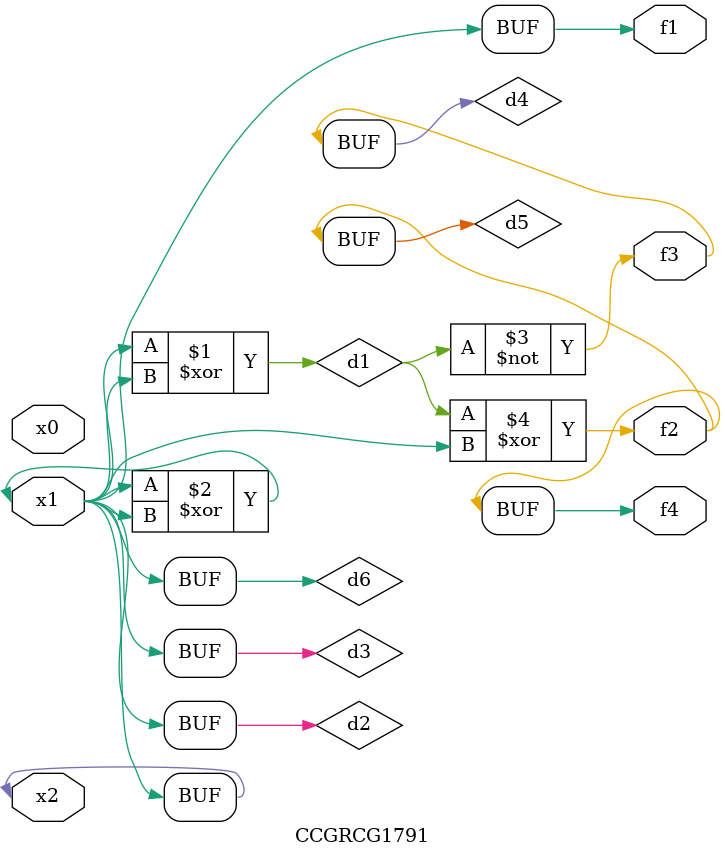
<source format=v>
module CCGRCG1791(
	input x0, x1, x2,
	output f1, f2, f3, f4
);

	wire d1, d2, d3, d4, d5, d6;

	xor (d1, x1, x2);
	buf (d2, x1, x2);
	xor (d3, x1, x2);
	nor (d4, d1);
	xor (d5, d1, d2);
	buf (d6, d2, d3);
	assign f1 = d6;
	assign f2 = d5;
	assign f3 = d4;
	assign f4 = d5;
endmodule

</source>
